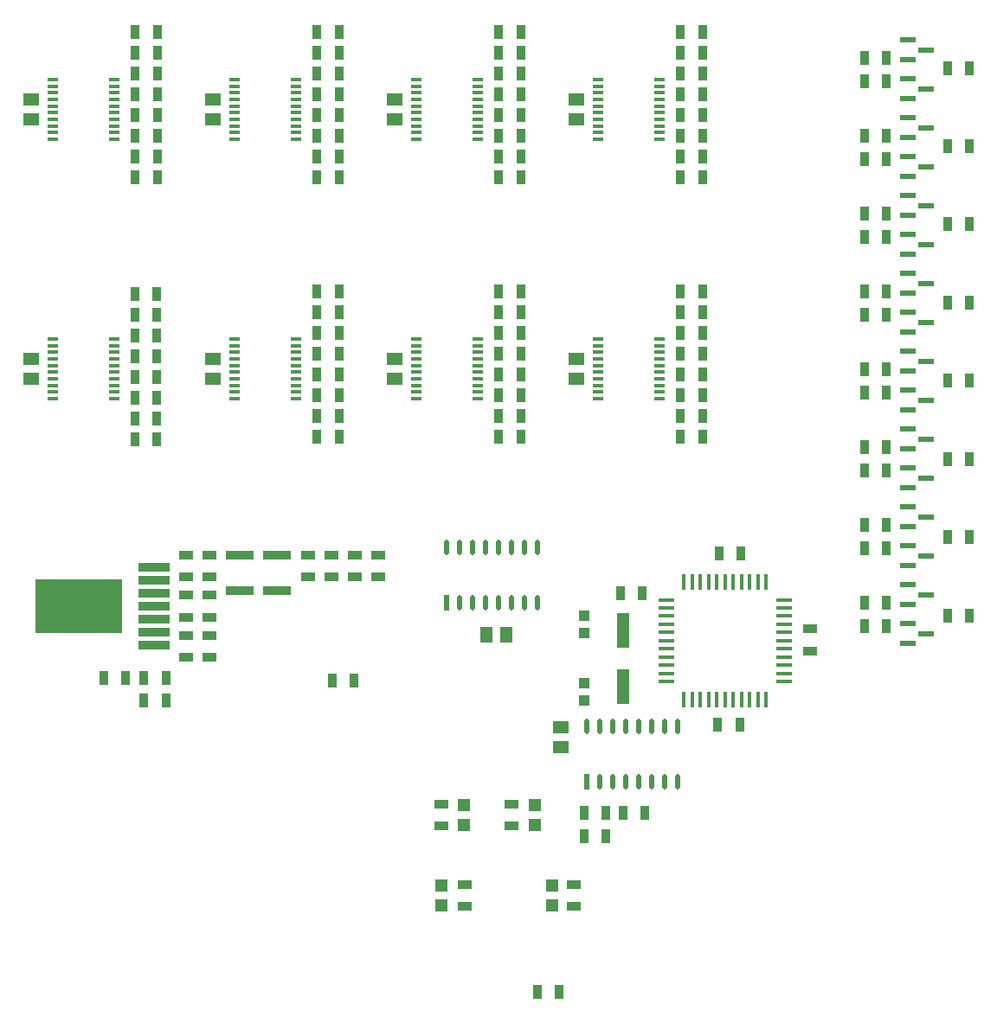
<source format=gtp>
%FSLAX25Y25*%
%MOIN*%
G70*
G01*
G75*
G04 Layer_Color=8421504*
%ADD10R,0.03937X0.04331*%
%ADD11R,0.33622X0.21063*%
%ADD12R,0.12047X0.03504*%
%ADD13R,0.05906X0.01598*%
%ADD14R,0.01598X0.05906*%
%ADD15R,0.05906X0.05118*%
%ADD16R,0.11024X0.03740*%
%ADD17R,0.05906X0.02362*%
%ADD18R,0.03347X0.05512*%
%ADD19R,0.04724X0.13780*%
%ADD20O,0.02165X0.05906*%
%ADD21R,0.02165X0.05906*%
%ADD22R,0.05118X0.04528*%
%ADD23R,0.03937X0.01378*%
%ADD24R,0.05512X0.03347*%
%ADD25R,0.05118X0.05906*%
%ADD26C,0.01000*%
%ADD27R,0.06496X0.06496*%
%ADD28C,0.06496*%
G04:AMPARAMS|DCode=29|XSize=60mil|YSize=85mil|CornerRadius=0mil|HoleSize=0mil|Usage=FLASHONLY|Rotation=90.000|XOffset=0mil|YOffset=0mil|HoleType=Round|Shape=Octagon|*
%AMOCTAGOND29*
4,1,8,-0.04250,-0.01500,-0.04250,0.01500,-0.02750,0.03000,0.02750,0.03000,0.04250,0.01500,0.04250,-0.01500,0.02750,-0.03000,-0.02750,-0.03000,-0.04250,-0.01500,0.0*
%
%ADD29OCTAGOND29*%

G04:AMPARAMS|DCode=30|XSize=60mil|YSize=85mil|CornerRadius=0mil|HoleSize=0mil|Usage=FLASHONLY|Rotation=180.000|XOffset=0mil|YOffset=0mil|HoleType=Round|Shape=Octagon|*
%AMOCTAGOND30*
4,1,8,0.01500,-0.04250,-0.01500,-0.04250,-0.03000,-0.02750,-0.03000,0.02750,-0.01500,0.04250,0.01500,0.04250,0.03000,0.02750,0.03000,-0.02750,0.01500,-0.04250,0.0*
%
%ADD30OCTAGOND30*%

%ADD31C,0.03000*%
%ADD32C,0.08000*%
%ADD33C,0.05000*%
%ADD34C,0.40000*%
%ADD35C,0.10000*%
%ADD36C,0.04000*%
%ADD37C,0.07937*%
%ADD38C,0.07500*%
%ADD39C,0.05500*%
%ADD40C,0.09000*%
%ADD41C,0.30000*%
%ADD42C,0.09500*%
%ADD43R,0.38000X0.34000*%
%ADD44C,0.06800*%
%ADD45C,0.00984*%
%ADD46C,0.00787*%
%ADD47C,0.00500*%
%ADD48C,0.00800*%
%ADD49C,0.00700*%
D10*
X323000Y232154D02*
D03*
Y238846D02*
D03*
Y258154D02*
D03*
Y264846D02*
D03*
D11*
X128340Y268500D02*
D03*
D12*
X157100Y253500D02*
D03*
Y258500D02*
D03*
Y263500D02*
D03*
Y268500D02*
D03*
Y273500D02*
D03*
Y278500D02*
D03*
Y283500D02*
D03*
D13*
X354500Y271000D02*
D03*
Y267850D02*
D03*
Y264701D02*
D03*
Y261551D02*
D03*
Y258402D02*
D03*
Y255252D02*
D03*
Y252102D02*
D03*
Y248953D02*
D03*
Y245803D02*
D03*
Y242653D02*
D03*
Y239504D02*
D03*
X399776D02*
D03*
Y242653D02*
D03*
Y245803D02*
D03*
Y248953D02*
D03*
Y252102D02*
D03*
Y255252D02*
D03*
Y258402D02*
D03*
Y261551D02*
D03*
Y264701D02*
D03*
Y267850D02*
D03*
Y271000D02*
D03*
D14*
X361390Y232614D02*
D03*
X364539D02*
D03*
X367689D02*
D03*
X370839D02*
D03*
X373988D02*
D03*
X377138D02*
D03*
X380287D02*
D03*
X383437D02*
D03*
X386587D02*
D03*
X389736D02*
D03*
X392886D02*
D03*
Y277890D02*
D03*
X389736D02*
D03*
X386587D02*
D03*
X383437D02*
D03*
X380287D02*
D03*
X377138D02*
D03*
X373988D02*
D03*
X370839D02*
D03*
X367689D02*
D03*
X364539D02*
D03*
X361390D02*
D03*
D15*
X314000Y214260D02*
D03*
Y221740D02*
D03*
X320000Y356260D02*
D03*
Y363740D02*
D03*
X250000Y356260D02*
D03*
Y363740D02*
D03*
X180000Y356260D02*
D03*
Y363740D02*
D03*
X110000Y356260D02*
D03*
Y363740D02*
D03*
X320000Y456260D02*
D03*
Y463740D02*
D03*
X250000Y456260D02*
D03*
Y463740D02*
D03*
X180000Y456260D02*
D03*
Y463740D02*
D03*
X110000Y456260D02*
D03*
Y463740D02*
D03*
D16*
X190200Y288146D02*
D03*
Y274563D02*
D03*
X204600Y288091D02*
D03*
Y274509D02*
D03*
D17*
X447457Y471740D02*
D03*
Y464260D02*
D03*
X454543Y468000D02*
D03*
X447457Y276740D02*
D03*
Y269260D02*
D03*
X454543Y273000D02*
D03*
X447457Y261740D02*
D03*
Y254260D02*
D03*
X454543Y258000D02*
D03*
X447457Y306740D02*
D03*
Y299260D02*
D03*
X454543Y303000D02*
D03*
X447457Y291740D02*
D03*
Y284260D02*
D03*
X454543Y288000D02*
D03*
X447457Y336740D02*
D03*
Y329260D02*
D03*
X454543Y333000D02*
D03*
X447457Y321740D02*
D03*
Y314260D02*
D03*
X454543Y318000D02*
D03*
X447457Y366740D02*
D03*
Y359260D02*
D03*
X454543Y363000D02*
D03*
X447457Y351740D02*
D03*
Y344260D02*
D03*
X454543Y348000D02*
D03*
X447457Y396740D02*
D03*
Y389260D02*
D03*
X454543Y393000D02*
D03*
X447457Y381740D02*
D03*
Y374260D02*
D03*
X454543Y378000D02*
D03*
X447457Y426740D02*
D03*
Y419260D02*
D03*
X454543Y423000D02*
D03*
X447457Y411740D02*
D03*
Y404260D02*
D03*
X454543Y408000D02*
D03*
X447457Y456740D02*
D03*
Y449260D02*
D03*
X454543Y453000D02*
D03*
X447457Y441740D02*
D03*
Y434260D02*
D03*
X454543Y438000D02*
D03*
X447457Y486740D02*
D03*
Y479260D02*
D03*
X454543Y483000D02*
D03*
D18*
X471232Y476000D02*
D03*
X462768D02*
D03*
X374768Y289000D02*
D03*
X383232D02*
D03*
X137768Y240800D02*
D03*
X146232D02*
D03*
X161732Y232100D02*
D03*
X153268D02*
D03*
X161732Y240900D02*
D03*
X153268D02*
D03*
X382732Y223000D02*
D03*
X374268D02*
D03*
X331232Y189000D02*
D03*
X322768D02*
D03*
X346232D02*
D03*
X337768D02*
D03*
X331232Y180000D02*
D03*
X322768D02*
D03*
X336768Y273500D02*
D03*
X345232D02*
D03*
X220000Y490000D02*
D03*
X228465D02*
D03*
X290000D02*
D03*
X298465D02*
D03*
X360000D02*
D03*
X368465D02*
D03*
X220000Y482000D02*
D03*
X228465D02*
D03*
X290000D02*
D03*
X298465D02*
D03*
X360000D02*
D03*
X368465D02*
D03*
X220000Y474000D02*
D03*
X228465D02*
D03*
X290000D02*
D03*
X298465D02*
D03*
X360000D02*
D03*
X368465D02*
D03*
X220000Y466000D02*
D03*
X228465D02*
D03*
X290000D02*
D03*
X298465D02*
D03*
X360000D02*
D03*
X368465D02*
D03*
X220000Y458000D02*
D03*
X228465D02*
D03*
X290000D02*
D03*
X298465D02*
D03*
X360000D02*
D03*
X368465D02*
D03*
X220000Y450000D02*
D03*
X228465D02*
D03*
X290000D02*
D03*
X298465D02*
D03*
X360000D02*
D03*
X368465D02*
D03*
X220000Y442000D02*
D03*
X228465D02*
D03*
X290000D02*
D03*
X298465D02*
D03*
X360000D02*
D03*
X368465D02*
D03*
X150000Y434000D02*
D03*
X158465D02*
D03*
X220000D02*
D03*
X228465D02*
D03*
X290000D02*
D03*
X298465D02*
D03*
X360000D02*
D03*
X368465D02*
D03*
X149768Y357000D02*
D03*
X158232D02*
D03*
X149768Y349000D02*
D03*
X158232D02*
D03*
X149768Y341000D02*
D03*
X158232D02*
D03*
X430768Y270000D02*
D03*
X439232D02*
D03*
X430768Y261000D02*
D03*
X439232D02*
D03*
X430768Y300000D02*
D03*
X439232D02*
D03*
X430768Y291000D02*
D03*
X439232D02*
D03*
X430768Y330000D02*
D03*
X439232D02*
D03*
X430768Y321000D02*
D03*
X439232D02*
D03*
X430768Y360000D02*
D03*
X439232D02*
D03*
X430768Y351000D02*
D03*
X439232D02*
D03*
X430768Y390000D02*
D03*
X439232D02*
D03*
X430768Y381000D02*
D03*
X439232D02*
D03*
X430768Y420000D02*
D03*
X439232D02*
D03*
X430768Y411000D02*
D03*
X439232D02*
D03*
X430768Y450000D02*
D03*
X439232D02*
D03*
X430768Y441000D02*
D03*
X439232D02*
D03*
X430768Y480000D02*
D03*
X439232D02*
D03*
X430768Y471000D02*
D03*
X439232D02*
D03*
X471232Y265000D02*
D03*
X462768D02*
D03*
X471232Y295143D02*
D03*
X462768D02*
D03*
X471232Y325286D02*
D03*
X462768D02*
D03*
X471232Y355429D02*
D03*
X462768D02*
D03*
X471232Y385571D02*
D03*
X462768D02*
D03*
X471232Y415714D02*
D03*
X462768D02*
D03*
X471232Y445857D02*
D03*
X462768D02*
D03*
X313232Y120000D02*
D03*
X304768D02*
D03*
X360000Y334000D02*
D03*
X368465D02*
D03*
X360000Y342000D02*
D03*
X368465D02*
D03*
X360000Y350000D02*
D03*
X368465D02*
D03*
X360000Y358000D02*
D03*
X368465D02*
D03*
X360000Y366000D02*
D03*
X368465D02*
D03*
X360000Y374000D02*
D03*
X368465D02*
D03*
X360000Y382000D02*
D03*
X368465D02*
D03*
X360000Y390000D02*
D03*
X368465D02*
D03*
X290000Y334000D02*
D03*
X298465D02*
D03*
X290000Y342000D02*
D03*
X298465D02*
D03*
X290000Y350000D02*
D03*
X298465D02*
D03*
X290000Y358000D02*
D03*
X298465D02*
D03*
X290000Y366000D02*
D03*
X298465D02*
D03*
X290000Y374000D02*
D03*
X298465D02*
D03*
X290000Y382000D02*
D03*
X298465D02*
D03*
X290000Y390000D02*
D03*
X298465D02*
D03*
X220000Y334000D02*
D03*
X228465D02*
D03*
X149768Y333000D02*
D03*
X158232D02*
D03*
X220000Y342000D02*
D03*
X228465D02*
D03*
X220000Y350000D02*
D03*
X228465D02*
D03*
X220000Y358000D02*
D03*
X228465D02*
D03*
X220000Y366000D02*
D03*
X228465D02*
D03*
X220000Y374000D02*
D03*
X228465D02*
D03*
X220000Y382000D02*
D03*
X228465D02*
D03*
X220000Y390000D02*
D03*
X228465D02*
D03*
X149768Y373000D02*
D03*
X158232D02*
D03*
X149768Y381000D02*
D03*
X158232D02*
D03*
X149768Y365000D02*
D03*
X158232D02*
D03*
X149768Y389000D02*
D03*
X158232D02*
D03*
X150000Y442000D02*
D03*
X158465D02*
D03*
X150000Y450000D02*
D03*
X158465D02*
D03*
X150000Y458000D02*
D03*
X158465D02*
D03*
X150000Y466000D02*
D03*
X158465D02*
D03*
X150000Y474000D02*
D03*
X158465D02*
D03*
X150000Y482000D02*
D03*
X158465D02*
D03*
X150000Y490000D02*
D03*
X158465D02*
D03*
X225768Y240000D02*
D03*
X234232D02*
D03*
D19*
X338000Y259327D02*
D03*
Y237673D02*
D03*
D20*
X359000Y222260D02*
D03*
X354000D02*
D03*
X349000D02*
D03*
X344000D02*
D03*
X339000D02*
D03*
X334000D02*
D03*
X329000D02*
D03*
X324000D02*
D03*
X359000Y201000D02*
D03*
X354000D02*
D03*
X349000D02*
D03*
X344000D02*
D03*
X339000D02*
D03*
X334000D02*
D03*
X329000D02*
D03*
X275000Y270000D02*
D03*
X280000D02*
D03*
X285000D02*
D03*
X290000D02*
D03*
X295000D02*
D03*
X300000D02*
D03*
X305000D02*
D03*
X270000Y291260D02*
D03*
X275000D02*
D03*
X280000D02*
D03*
X285000D02*
D03*
X290000D02*
D03*
X295000D02*
D03*
X300000D02*
D03*
X305000D02*
D03*
D21*
X324000Y201000D02*
D03*
X270000Y270000D02*
D03*
D22*
X268000Y153063D02*
D03*
Y160937D02*
D03*
X276445Y184063D02*
D03*
Y191937D02*
D03*
X304000Y184063D02*
D03*
Y191937D02*
D03*
X310500Y153063D02*
D03*
Y160937D02*
D03*
D23*
X188189Y371516D02*
D03*
Y368957D02*
D03*
Y366398D02*
D03*
Y363839D02*
D03*
Y361279D02*
D03*
Y358720D02*
D03*
Y356161D02*
D03*
Y353602D02*
D03*
Y351043D02*
D03*
Y348484D02*
D03*
X211811Y348484D02*
D03*
Y351043D02*
D03*
Y353602D02*
D03*
Y356161D02*
D03*
Y358720D02*
D03*
Y361279D02*
D03*
Y363838D02*
D03*
Y366398D02*
D03*
Y368957D02*
D03*
Y371516D02*
D03*
X118189Y471516D02*
D03*
Y468957D02*
D03*
Y466397D02*
D03*
Y463838D02*
D03*
Y461279D02*
D03*
Y458720D02*
D03*
Y456161D02*
D03*
Y453602D02*
D03*
Y451043D02*
D03*
Y448484D02*
D03*
X141811Y448484D02*
D03*
Y451043D02*
D03*
Y453602D02*
D03*
Y456161D02*
D03*
Y458720D02*
D03*
Y461279D02*
D03*
Y463838D02*
D03*
Y466397D02*
D03*
Y468957D02*
D03*
Y471516D02*
D03*
X188189Y471516D02*
D03*
Y468957D02*
D03*
Y466397D02*
D03*
Y463838D02*
D03*
Y461279D02*
D03*
Y458720D02*
D03*
Y456161D02*
D03*
Y453602D02*
D03*
Y451043D02*
D03*
Y448484D02*
D03*
X211811Y448484D02*
D03*
Y451043D02*
D03*
Y453602D02*
D03*
Y456161D02*
D03*
Y458720D02*
D03*
Y461279D02*
D03*
Y463838D02*
D03*
Y466397D02*
D03*
Y468957D02*
D03*
Y471516D02*
D03*
X258189Y471516D02*
D03*
Y468957D02*
D03*
Y466397D02*
D03*
Y463838D02*
D03*
Y461279D02*
D03*
Y458720D02*
D03*
Y456161D02*
D03*
Y453602D02*
D03*
Y451043D02*
D03*
Y448484D02*
D03*
X281811Y448484D02*
D03*
Y451043D02*
D03*
Y453602D02*
D03*
Y456161D02*
D03*
Y458720D02*
D03*
Y461279D02*
D03*
Y463838D02*
D03*
Y466397D02*
D03*
Y468957D02*
D03*
Y471516D02*
D03*
X328189Y471516D02*
D03*
Y468957D02*
D03*
Y466397D02*
D03*
Y463838D02*
D03*
Y461279D02*
D03*
Y458720D02*
D03*
Y456161D02*
D03*
Y453602D02*
D03*
Y451043D02*
D03*
Y448484D02*
D03*
X351811Y448484D02*
D03*
Y451043D02*
D03*
Y453602D02*
D03*
Y456161D02*
D03*
Y458720D02*
D03*
Y461279D02*
D03*
Y463838D02*
D03*
Y466397D02*
D03*
Y468957D02*
D03*
Y471516D02*
D03*
X118189Y371516D02*
D03*
Y368957D02*
D03*
Y366398D02*
D03*
Y363839D02*
D03*
Y361279D02*
D03*
Y358720D02*
D03*
Y356161D02*
D03*
Y353602D02*
D03*
Y351043D02*
D03*
Y348484D02*
D03*
X141811Y348484D02*
D03*
Y351043D02*
D03*
Y353602D02*
D03*
Y356161D02*
D03*
Y358720D02*
D03*
Y361279D02*
D03*
Y363838D02*
D03*
Y366398D02*
D03*
Y368957D02*
D03*
Y371516D02*
D03*
X328189Y371516D02*
D03*
Y368957D02*
D03*
Y366398D02*
D03*
Y363839D02*
D03*
Y361279D02*
D03*
Y358720D02*
D03*
Y356161D02*
D03*
Y353602D02*
D03*
Y351043D02*
D03*
Y348484D02*
D03*
X351811Y348484D02*
D03*
Y351043D02*
D03*
Y353602D02*
D03*
Y356161D02*
D03*
Y358720D02*
D03*
Y361279D02*
D03*
Y363838D02*
D03*
Y366398D02*
D03*
Y368957D02*
D03*
Y371516D02*
D03*
X258189Y371516D02*
D03*
Y368957D02*
D03*
Y366398D02*
D03*
Y363839D02*
D03*
Y361279D02*
D03*
Y358720D02*
D03*
Y356161D02*
D03*
Y353602D02*
D03*
Y351043D02*
D03*
Y348484D02*
D03*
X281811Y348484D02*
D03*
Y351043D02*
D03*
Y353602D02*
D03*
Y356161D02*
D03*
Y358720D02*
D03*
Y361279D02*
D03*
Y363838D02*
D03*
Y366398D02*
D03*
Y368957D02*
D03*
Y371516D02*
D03*
D24*
X178500Y279780D02*
D03*
Y288244D02*
D03*
X169600Y279780D02*
D03*
Y288244D02*
D03*
X225500Y279768D02*
D03*
Y288232D02*
D03*
X216400Y279768D02*
D03*
Y288232D02*
D03*
X178500Y264268D02*
D03*
Y272732D02*
D03*
X169600Y272732D02*
D03*
Y264268D02*
D03*
X178500Y248756D02*
D03*
Y257221D02*
D03*
X169600Y248756D02*
D03*
Y257221D02*
D03*
X268000Y183768D02*
D03*
Y192232D02*
D03*
X295000Y183768D02*
D03*
Y192232D02*
D03*
X234600Y279768D02*
D03*
Y288232D02*
D03*
X243700Y279780D02*
D03*
Y288244D02*
D03*
X410000Y259732D02*
D03*
Y251268D02*
D03*
X319000Y152815D02*
D03*
Y161279D02*
D03*
X277000D02*
D03*
Y152815D02*
D03*
D25*
X285260Y257500D02*
D03*
X292740D02*
D03*
M02*

</source>
